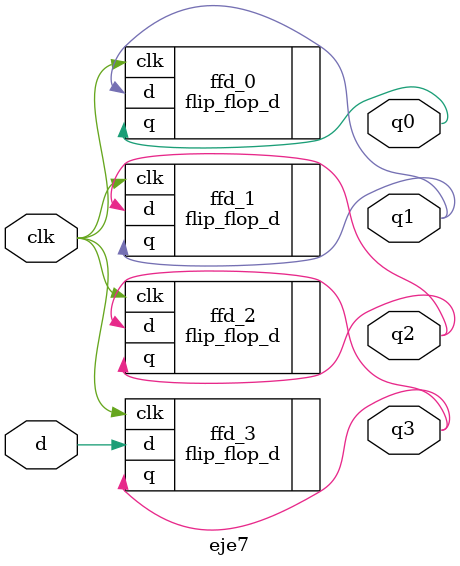
<source format=v>
module eje7(
  input d,
  input clk,
  output q3,
  output q2,
  output q1,
  output q0
);

flip_flop_d ffd_3(
  .clk(clk),
  .d(d),
  .q(q3)
);
flip_flop_d ffd_2(
  .clk(clk),
  .d(q3),
  .q(q2)
);
flip_flop_d ffd_1(
  .clk(clk),
  .d(q2),
  .q(q1)
);
flip_flop_d ffd_0(
  .clk(clk),
  .d(q1),
  .q(q0)
);

endmodule


</source>
